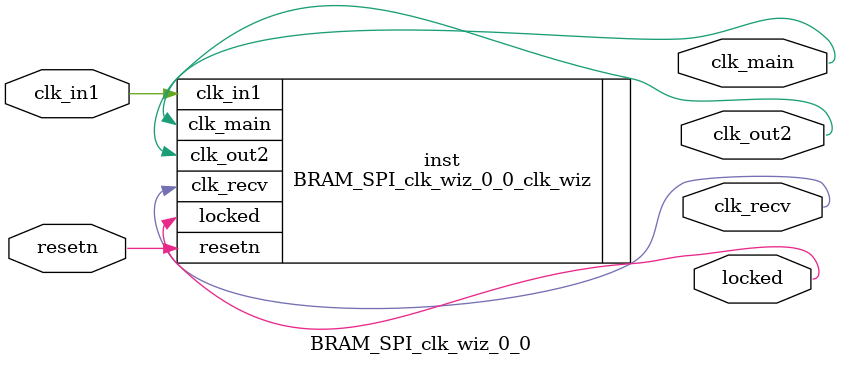
<source format=v>


`timescale 1ps/1ps

(* CORE_GENERATION_INFO = "BRAM_SPI_clk_wiz_0_0,clk_wiz_v5_4_3_0,{component_name=BRAM_SPI_clk_wiz_0_0,use_phase_alignment=true,use_min_o_jitter=false,use_max_i_jitter=false,use_dyn_phase_shift=false,use_inclk_switchover=false,use_dyn_reconfig=false,enable_axi=0,feedback_source=FDBK_AUTO,PRIMITIVE=PLL,num_out_clk=3,clkin1_period=10.000,clkin2_period=10.000,use_power_down=false,use_reset=true,use_locked=true,use_inclk_stopped=false,feedback_type=SINGLE,CLOCK_MGR_TYPE=NA,manual_override=false}" *)

module BRAM_SPI_clk_wiz_0_0 
 (
  // Clock out ports
  output        clk_main,
  output        clk_out2,
  output        clk_recv,
  // Status and control signals
  input         resetn,
  output        locked,
 // Clock in ports
  input         clk_in1
 );

  BRAM_SPI_clk_wiz_0_0_clk_wiz inst
  (
  // Clock out ports  
  .clk_main(clk_main),
  .clk_out2(clk_out2),
  .clk_recv(clk_recv),
  // Status and control signals               
  .resetn(resetn), 
  .locked(locked),
 // Clock in ports
  .clk_in1(clk_in1)
  );

endmodule

</source>
